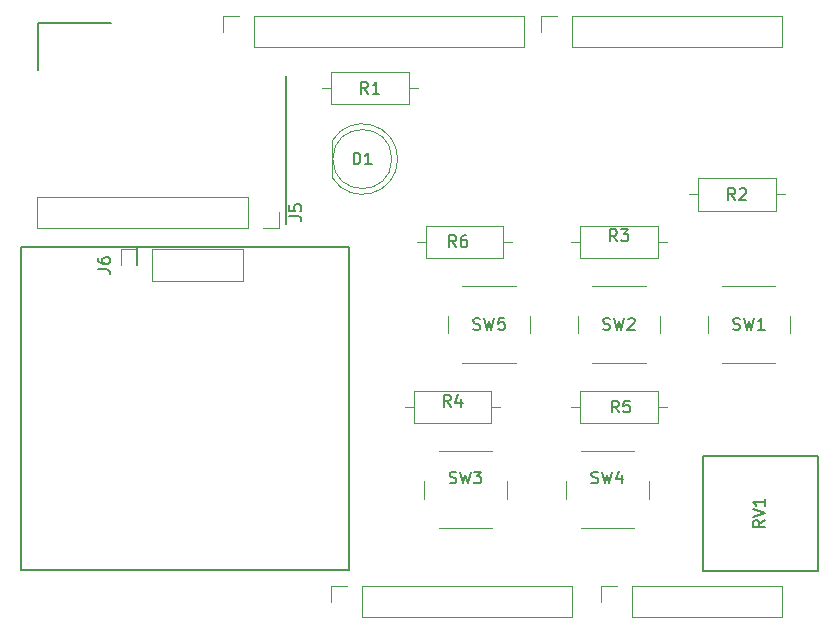
<source format=gbr>
%TF.GenerationSoftware,KiCad,Pcbnew,8.0.8*%
%TF.CreationDate,2025-01-31T10:38:04-07:00*%
%TF.ProjectId,BoardMicro,426f6172-644d-4696-9372-6f2e6b696361,rev?*%
%TF.SameCoordinates,Original*%
%TF.FileFunction,Legend,Top*%
%TF.FilePolarity,Positive*%
%FSLAX46Y46*%
G04 Gerber Fmt 4.6, Leading zero omitted, Abs format (unit mm)*
G04 Created by KiCad (PCBNEW 8.0.8) date 2025-01-31 10:38:04*
%MOMM*%
%LPD*%
G01*
G04 APERTURE LIST*
%ADD10C,0.150000*%
%ADD11C,0.120000*%
G04 APERTURE END LIST*
D10*
X101795000Y-48500000D02*
X101795000Y-52500000D01*
X100360000Y-67475000D02*
X128160000Y-67475000D01*
X128160000Y-94775000D01*
X100360000Y-94775000D01*
X100360000Y-67475000D01*
X158115000Y-94885000D02*
X167885000Y-94885000D01*
X167885000Y-85115000D01*
X158115000Y-85115000D01*
X158115000Y-94885000D01*
X100360000Y-67475000D02*
X110200000Y-67475000D01*
X101795000Y-48500000D02*
X108020112Y-48500000D01*
X122795000Y-65500000D02*
X122795000Y-53000000D01*
X110200000Y-67475000D02*
X110200000Y-68975000D01*
X160833333Y-63454819D02*
X160500000Y-62978628D01*
X160261905Y-63454819D02*
X160261905Y-62454819D01*
X160261905Y-62454819D02*
X160642857Y-62454819D01*
X160642857Y-62454819D02*
X160738095Y-62502438D01*
X160738095Y-62502438D02*
X160785714Y-62550057D01*
X160785714Y-62550057D02*
X160833333Y-62645295D01*
X160833333Y-62645295D02*
X160833333Y-62788152D01*
X160833333Y-62788152D02*
X160785714Y-62883390D01*
X160785714Y-62883390D02*
X160738095Y-62931009D01*
X160738095Y-62931009D02*
X160642857Y-62978628D01*
X160642857Y-62978628D02*
X160261905Y-62978628D01*
X161214286Y-62550057D02*
X161261905Y-62502438D01*
X161261905Y-62502438D02*
X161357143Y-62454819D01*
X161357143Y-62454819D02*
X161595238Y-62454819D01*
X161595238Y-62454819D02*
X161690476Y-62502438D01*
X161690476Y-62502438D02*
X161738095Y-62550057D01*
X161738095Y-62550057D02*
X161785714Y-62645295D01*
X161785714Y-62645295D02*
X161785714Y-62740533D01*
X161785714Y-62740533D02*
X161738095Y-62883390D01*
X161738095Y-62883390D02*
X161166667Y-63454819D01*
X161166667Y-63454819D02*
X161785714Y-63454819D01*
X129753333Y-54454819D02*
X129420000Y-53978628D01*
X129181905Y-54454819D02*
X129181905Y-53454819D01*
X129181905Y-53454819D02*
X129562857Y-53454819D01*
X129562857Y-53454819D02*
X129658095Y-53502438D01*
X129658095Y-53502438D02*
X129705714Y-53550057D01*
X129705714Y-53550057D02*
X129753333Y-53645295D01*
X129753333Y-53645295D02*
X129753333Y-53788152D01*
X129753333Y-53788152D02*
X129705714Y-53883390D01*
X129705714Y-53883390D02*
X129658095Y-53931009D01*
X129658095Y-53931009D02*
X129562857Y-53978628D01*
X129562857Y-53978628D02*
X129181905Y-53978628D01*
X130705714Y-54454819D02*
X130134286Y-54454819D01*
X130420000Y-54454819D02*
X130420000Y-53454819D01*
X130420000Y-53454819D02*
X130324762Y-53597676D01*
X130324762Y-53597676D02*
X130229524Y-53692914D01*
X130229524Y-53692914D02*
X130134286Y-53740533D01*
X123099819Y-64833333D02*
X123814104Y-64833333D01*
X123814104Y-64833333D02*
X123956961Y-64880952D01*
X123956961Y-64880952D02*
X124052200Y-64976190D01*
X124052200Y-64976190D02*
X124099819Y-65119047D01*
X124099819Y-65119047D02*
X124099819Y-65214285D01*
X123099819Y-63880952D02*
X123099819Y-64357142D01*
X123099819Y-64357142D02*
X123576009Y-64404761D01*
X123576009Y-64404761D02*
X123528390Y-64357142D01*
X123528390Y-64357142D02*
X123480771Y-64261904D01*
X123480771Y-64261904D02*
X123480771Y-64023809D01*
X123480771Y-64023809D02*
X123528390Y-63928571D01*
X123528390Y-63928571D02*
X123576009Y-63880952D01*
X123576009Y-63880952D02*
X123671247Y-63833333D01*
X123671247Y-63833333D02*
X123909342Y-63833333D01*
X123909342Y-63833333D02*
X124004580Y-63880952D01*
X124004580Y-63880952D02*
X124052200Y-63928571D01*
X124052200Y-63928571D02*
X124099819Y-64023809D01*
X124099819Y-64023809D02*
X124099819Y-64261904D01*
X124099819Y-64261904D02*
X124052200Y-64357142D01*
X124052200Y-64357142D02*
X124004580Y-64404761D01*
X137213333Y-67454819D02*
X136880000Y-66978628D01*
X136641905Y-67454819D02*
X136641905Y-66454819D01*
X136641905Y-66454819D02*
X137022857Y-66454819D01*
X137022857Y-66454819D02*
X137118095Y-66502438D01*
X137118095Y-66502438D02*
X137165714Y-66550057D01*
X137165714Y-66550057D02*
X137213333Y-66645295D01*
X137213333Y-66645295D02*
X137213333Y-66788152D01*
X137213333Y-66788152D02*
X137165714Y-66883390D01*
X137165714Y-66883390D02*
X137118095Y-66931009D01*
X137118095Y-66931009D02*
X137022857Y-66978628D01*
X137022857Y-66978628D02*
X136641905Y-66978628D01*
X138070476Y-66454819D02*
X137880000Y-66454819D01*
X137880000Y-66454819D02*
X137784762Y-66502438D01*
X137784762Y-66502438D02*
X137737143Y-66550057D01*
X137737143Y-66550057D02*
X137641905Y-66692914D01*
X137641905Y-66692914D02*
X137594286Y-66883390D01*
X137594286Y-66883390D02*
X137594286Y-67264342D01*
X137594286Y-67264342D02*
X137641905Y-67359580D01*
X137641905Y-67359580D02*
X137689524Y-67407200D01*
X137689524Y-67407200D02*
X137784762Y-67454819D01*
X137784762Y-67454819D02*
X137975238Y-67454819D01*
X137975238Y-67454819D02*
X138070476Y-67407200D01*
X138070476Y-67407200D02*
X138118095Y-67359580D01*
X138118095Y-67359580D02*
X138165714Y-67264342D01*
X138165714Y-67264342D02*
X138165714Y-67026247D01*
X138165714Y-67026247D02*
X138118095Y-66931009D01*
X138118095Y-66931009D02*
X138070476Y-66883390D01*
X138070476Y-66883390D02*
X137975238Y-66835771D01*
X137975238Y-66835771D02*
X137784762Y-66835771D01*
X137784762Y-66835771D02*
X137689524Y-66883390D01*
X137689524Y-66883390D02*
X137641905Y-66931009D01*
X137641905Y-66931009D02*
X137594286Y-67026247D01*
X138666667Y-74407200D02*
X138809524Y-74454819D01*
X138809524Y-74454819D02*
X139047619Y-74454819D01*
X139047619Y-74454819D02*
X139142857Y-74407200D01*
X139142857Y-74407200D02*
X139190476Y-74359580D01*
X139190476Y-74359580D02*
X139238095Y-74264342D01*
X139238095Y-74264342D02*
X139238095Y-74169104D01*
X139238095Y-74169104D02*
X139190476Y-74073866D01*
X139190476Y-74073866D02*
X139142857Y-74026247D01*
X139142857Y-74026247D02*
X139047619Y-73978628D01*
X139047619Y-73978628D02*
X138857143Y-73931009D01*
X138857143Y-73931009D02*
X138761905Y-73883390D01*
X138761905Y-73883390D02*
X138714286Y-73835771D01*
X138714286Y-73835771D02*
X138666667Y-73740533D01*
X138666667Y-73740533D02*
X138666667Y-73645295D01*
X138666667Y-73645295D02*
X138714286Y-73550057D01*
X138714286Y-73550057D02*
X138761905Y-73502438D01*
X138761905Y-73502438D02*
X138857143Y-73454819D01*
X138857143Y-73454819D02*
X139095238Y-73454819D01*
X139095238Y-73454819D02*
X139238095Y-73502438D01*
X139571429Y-73454819D02*
X139809524Y-74454819D01*
X139809524Y-74454819D02*
X140000000Y-73740533D01*
X140000000Y-73740533D02*
X140190476Y-74454819D01*
X140190476Y-74454819D02*
X140428572Y-73454819D01*
X141285714Y-73454819D02*
X140809524Y-73454819D01*
X140809524Y-73454819D02*
X140761905Y-73931009D01*
X140761905Y-73931009D02*
X140809524Y-73883390D01*
X140809524Y-73883390D02*
X140904762Y-73835771D01*
X140904762Y-73835771D02*
X141142857Y-73835771D01*
X141142857Y-73835771D02*
X141238095Y-73883390D01*
X141238095Y-73883390D02*
X141285714Y-73931009D01*
X141285714Y-73931009D02*
X141333333Y-74026247D01*
X141333333Y-74026247D02*
X141333333Y-74264342D01*
X141333333Y-74264342D02*
X141285714Y-74359580D01*
X141285714Y-74359580D02*
X141238095Y-74407200D01*
X141238095Y-74407200D02*
X141142857Y-74454819D01*
X141142857Y-74454819D02*
X140904762Y-74454819D01*
X140904762Y-74454819D02*
X140809524Y-74407200D01*
X140809524Y-74407200D02*
X140761905Y-74359580D01*
X150993333Y-81454819D02*
X150660000Y-80978628D01*
X150421905Y-81454819D02*
X150421905Y-80454819D01*
X150421905Y-80454819D02*
X150802857Y-80454819D01*
X150802857Y-80454819D02*
X150898095Y-80502438D01*
X150898095Y-80502438D02*
X150945714Y-80550057D01*
X150945714Y-80550057D02*
X150993333Y-80645295D01*
X150993333Y-80645295D02*
X150993333Y-80788152D01*
X150993333Y-80788152D02*
X150945714Y-80883390D01*
X150945714Y-80883390D02*
X150898095Y-80931009D01*
X150898095Y-80931009D02*
X150802857Y-80978628D01*
X150802857Y-80978628D02*
X150421905Y-80978628D01*
X151898095Y-80454819D02*
X151421905Y-80454819D01*
X151421905Y-80454819D02*
X151374286Y-80931009D01*
X151374286Y-80931009D02*
X151421905Y-80883390D01*
X151421905Y-80883390D02*
X151517143Y-80835771D01*
X151517143Y-80835771D02*
X151755238Y-80835771D01*
X151755238Y-80835771D02*
X151850476Y-80883390D01*
X151850476Y-80883390D02*
X151898095Y-80931009D01*
X151898095Y-80931009D02*
X151945714Y-81026247D01*
X151945714Y-81026247D02*
X151945714Y-81264342D01*
X151945714Y-81264342D02*
X151898095Y-81359580D01*
X151898095Y-81359580D02*
X151850476Y-81407200D01*
X151850476Y-81407200D02*
X151755238Y-81454819D01*
X151755238Y-81454819D02*
X151517143Y-81454819D01*
X151517143Y-81454819D02*
X151421905Y-81407200D01*
X151421905Y-81407200D02*
X151374286Y-81359580D01*
X136753333Y-80954819D02*
X136420000Y-80478628D01*
X136181905Y-80954819D02*
X136181905Y-79954819D01*
X136181905Y-79954819D02*
X136562857Y-79954819D01*
X136562857Y-79954819D02*
X136658095Y-80002438D01*
X136658095Y-80002438D02*
X136705714Y-80050057D01*
X136705714Y-80050057D02*
X136753333Y-80145295D01*
X136753333Y-80145295D02*
X136753333Y-80288152D01*
X136753333Y-80288152D02*
X136705714Y-80383390D01*
X136705714Y-80383390D02*
X136658095Y-80431009D01*
X136658095Y-80431009D02*
X136562857Y-80478628D01*
X136562857Y-80478628D02*
X136181905Y-80478628D01*
X137610476Y-80288152D02*
X137610476Y-80954819D01*
X137372381Y-79907200D02*
X137134286Y-80621485D01*
X137134286Y-80621485D02*
X137753333Y-80621485D01*
X149666667Y-74407200D02*
X149809524Y-74454819D01*
X149809524Y-74454819D02*
X150047619Y-74454819D01*
X150047619Y-74454819D02*
X150142857Y-74407200D01*
X150142857Y-74407200D02*
X150190476Y-74359580D01*
X150190476Y-74359580D02*
X150238095Y-74264342D01*
X150238095Y-74264342D02*
X150238095Y-74169104D01*
X150238095Y-74169104D02*
X150190476Y-74073866D01*
X150190476Y-74073866D02*
X150142857Y-74026247D01*
X150142857Y-74026247D02*
X150047619Y-73978628D01*
X150047619Y-73978628D02*
X149857143Y-73931009D01*
X149857143Y-73931009D02*
X149761905Y-73883390D01*
X149761905Y-73883390D02*
X149714286Y-73835771D01*
X149714286Y-73835771D02*
X149666667Y-73740533D01*
X149666667Y-73740533D02*
X149666667Y-73645295D01*
X149666667Y-73645295D02*
X149714286Y-73550057D01*
X149714286Y-73550057D02*
X149761905Y-73502438D01*
X149761905Y-73502438D02*
X149857143Y-73454819D01*
X149857143Y-73454819D02*
X150095238Y-73454819D01*
X150095238Y-73454819D02*
X150238095Y-73502438D01*
X150571429Y-73454819D02*
X150809524Y-74454819D01*
X150809524Y-74454819D02*
X151000000Y-73740533D01*
X151000000Y-73740533D02*
X151190476Y-74454819D01*
X151190476Y-74454819D02*
X151428572Y-73454819D01*
X151761905Y-73550057D02*
X151809524Y-73502438D01*
X151809524Y-73502438D02*
X151904762Y-73454819D01*
X151904762Y-73454819D02*
X152142857Y-73454819D01*
X152142857Y-73454819D02*
X152238095Y-73502438D01*
X152238095Y-73502438D02*
X152285714Y-73550057D01*
X152285714Y-73550057D02*
X152333333Y-73645295D01*
X152333333Y-73645295D02*
X152333333Y-73740533D01*
X152333333Y-73740533D02*
X152285714Y-73883390D01*
X152285714Y-73883390D02*
X151714286Y-74454819D01*
X151714286Y-74454819D02*
X152333333Y-74454819D01*
X106884819Y-69308333D02*
X107599104Y-69308333D01*
X107599104Y-69308333D02*
X107741961Y-69355952D01*
X107741961Y-69355952D02*
X107837200Y-69451190D01*
X107837200Y-69451190D02*
X107884819Y-69594047D01*
X107884819Y-69594047D02*
X107884819Y-69689285D01*
X106884819Y-68403571D02*
X106884819Y-68594047D01*
X106884819Y-68594047D02*
X106932438Y-68689285D01*
X106932438Y-68689285D02*
X106980057Y-68736904D01*
X106980057Y-68736904D02*
X107122914Y-68832142D01*
X107122914Y-68832142D02*
X107313390Y-68879761D01*
X107313390Y-68879761D02*
X107694342Y-68879761D01*
X107694342Y-68879761D02*
X107789580Y-68832142D01*
X107789580Y-68832142D02*
X107837200Y-68784523D01*
X107837200Y-68784523D02*
X107884819Y-68689285D01*
X107884819Y-68689285D02*
X107884819Y-68498809D01*
X107884819Y-68498809D02*
X107837200Y-68403571D01*
X107837200Y-68403571D02*
X107789580Y-68355952D01*
X107789580Y-68355952D02*
X107694342Y-68308333D01*
X107694342Y-68308333D02*
X107456247Y-68308333D01*
X107456247Y-68308333D02*
X107361009Y-68355952D01*
X107361009Y-68355952D02*
X107313390Y-68403571D01*
X107313390Y-68403571D02*
X107265771Y-68498809D01*
X107265771Y-68498809D02*
X107265771Y-68689285D01*
X107265771Y-68689285D02*
X107313390Y-68784523D01*
X107313390Y-68784523D02*
X107361009Y-68832142D01*
X107361009Y-68832142D02*
X107456247Y-68879761D01*
X163339819Y-90595238D02*
X162863628Y-90928571D01*
X163339819Y-91166666D02*
X162339819Y-91166666D01*
X162339819Y-91166666D02*
X162339819Y-90785714D01*
X162339819Y-90785714D02*
X162387438Y-90690476D01*
X162387438Y-90690476D02*
X162435057Y-90642857D01*
X162435057Y-90642857D02*
X162530295Y-90595238D01*
X162530295Y-90595238D02*
X162673152Y-90595238D01*
X162673152Y-90595238D02*
X162768390Y-90642857D01*
X162768390Y-90642857D02*
X162816009Y-90690476D01*
X162816009Y-90690476D02*
X162863628Y-90785714D01*
X162863628Y-90785714D02*
X162863628Y-91166666D01*
X162339819Y-90309523D02*
X163339819Y-89976190D01*
X163339819Y-89976190D02*
X162339819Y-89642857D01*
X163339819Y-88785714D02*
X163339819Y-89357142D01*
X163339819Y-89071428D02*
X162339819Y-89071428D01*
X162339819Y-89071428D02*
X162482676Y-89166666D01*
X162482676Y-89166666D02*
X162577914Y-89261904D01*
X162577914Y-89261904D02*
X162625533Y-89357142D01*
X150833333Y-66954819D02*
X150500000Y-66478628D01*
X150261905Y-66954819D02*
X150261905Y-65954819D01*
X150261905Y-65954819D02*
X150642857Y-65954819D01*
X150642857Y-65954819D02*
X150738095Y-66002438D01*
X150738095Y-66002438D02*
X150785714Y-66050057D01*
X150785714Y-66050057D02*
X150833333Y-66145295D01*
X150833333Y-66145295D02*
X150833333Y-66288152D01*
X150833333Y-66288152D02*
X150785714Y-66383390D01*
X150785714Y-66383390D02*
X150738095Y-66431009D01*
X150738095Y-66431009D02*
X150642857Y-66478628D01*
X150642857Y-66478628D02*
X150261905Y-66478628D01*
X151166667Y-65954819D02*
X151785714Y-65954819D01*
X151785714Y-65954819D02*
X151452381Y-66335771D01*
X151452381Y-66335771D02*
X151595238Y-66335771D01*
X151595238Y-66335771D02*
X151690476Y-66383390D01*
X151690476Y-66383390D02*
X151738095Y-66431009D01*
X151738095Y-66431009D02*
X151785714Y-66526247D01*
X151785714Y-66526247D02*
X151785714Y-66764342D01*
X151785714Y-66764342D02*
X151738095Y-66859580D01*
X151738095Y-66859580D02*
X151690476Y-66907200D01*
X151690476Y-66907200D02*
X151595238Y-66954819D01*
X151595238Y-66954819D02*
X151309524Y-66954819D01*
X151309524Y-66954819D02*
X151214286Y-66907200D01*
X151214286Y-66907200D02*
X151166667Y-66859580D01*
X136666667Y-87407200D02*
X136809524Y-87454819D01*
X136809524Y-87454819D02*
X137047619Y-87454819D01*
X137047619Y-87454819D02*
X137142857Y-87407200D01*
X137142857Y-87407200D02*
X137190476Y-87359580D01*
X137190476Y-87359580D02*
X137238095Y-87264342D01*
X137238095Y-87264342D02*
X137238095Y-87169104D01*
X137238095Y-87169104D02*
X137190476Y-87073866D01*
X137190476Y-87073866D02*
X137142857Y-87026247D01*
X137142857Y-87026247D02*
X137047619Y-86978628D01*
X137047619Y-86978628D02*
X136857143Y-86931009D01*
X136857143Y-86931009D02*
X136761905Y-86883390D01*
X136761905Y-86883390D02*
X136714286Y-86835771D01*
X136714286Y-86835771D02*
X136666667Y-86740533D01*
X136666667Y-86740533D02*
X136666667Y-86645295D01*
X136666667Y-86645295D02*
X136714286Y-86550057D01*
X136714286Y-86550057D02*
X136761905Y-86502438D01*
X136761905Y-86502438D02*
X136857143Y-86454819D01*
X136857143Y-86454819D02*
X137095238Y-86454819D01*
X137095238Y-86454819D02*
X137238095Y-86502438D01*
X137571429Y-86454819D02*
X137809524Y-87454819D01*
X137809524Y-87454819D02*
X138000000Y-86740533D01*
X138000000Y-86740533D02*
X138190476Y-87454819D01*
X138190476Y-87454819D02*
X138428572Y-86454819D01*
X138714286Y-86454819D02*
X139333333Y-86454819D01*
X139333333Y-86454819D02*
X139000000Y-86835771D01*
X139000000Y-86835771D02*
X139142857Y-86835771D01*
X139142857Y-86835771D02*
X139238095Y-86883390D01*
X139238095Y-86883390D02*
X139285714Y-86931009D01*
X139285714Y-86931009D02*
X139333333Y-87026247D01*
X139333333Y-87026247D02*
X139333333Y-87264342D01*
X139333333Y-87264342D02*
X139285714Y-87359580D01*
X139285714Y-87359580D02*
X139238095Y-87407200D01*
X139238095Y-87407200D02*
X139142857Y-87454819D01*
X139142857Y-87454819D02*
X138857143Y-87454819D01*
X138857143Y-87454819D02*
X138761905Y-87407200D01*
X138761905Y-87407200D02*
X138714286Y-87359580D01*
X128531905Y-60454819D02*
X128531905Y-59454819D01*
X128531905Y-59454819D02*
X128770000Y-59454819D01*
X128770000Y-59454819D02*
X128912857Y-59502438D01*
X128912857Y-59502438D02*
X129008095Y-59597676D01*
X129008095Y-59597676D02*
X129055714Y-59692914D01*
X129055714Y-59692914D02*
X129103333Y-59883390D01*
X129103333Y-59883390D02*
X129103333Y-60026247D01*
X129103333Y-60026247D02*
X129055714Y-60216723D01*
X129055714Y-60216723D02*
X129008095Y-60311961D01*
X129008095Y-60311961D02*
X128912857Y-60407200D01*
X128912857Y-60407200D02*
X128770000Y-60454819D01*
X128770000Y-60454819D02*
X128531905Y-60454819D01*
X130055714Y-60454819D02*
X129484286Y-60454819D01*
X129770000Y-60454819D02*
X129770000Y-59454819D01*
X129770000Y-59454819D02*
X129674762Y-59597676D01*
X129674762Y-59597676D02*
X129579524Y-59692914D01*
X129579524Y-59692914D02*
X129484286Y-59740533D01*
X160666667Y-74407200D02*
X160809524Y-74454819D01*
X160809524Y-74454819D02*
X161047619Y-74454819D01*
X161047619Y-74454819D02*
X161142857Y-74407200D01*
X161142857Y-74407200D02*
X161190476Y-74359580D01*
X161190476Y-74359580D02*
X161238095Y-74264342D01*
X161238095Y-74264342D02*
X161238095Y-74169104D01*
X161238095Y-74169104D02*
X161190476Y-74073866D01*
X161190476Y-74073866D02*
X161142857Y-74026247D01*
X161142857Y-74026247D02*
X161047619Y-73978628D01*
X161047619Y-73978628D02*
X160857143Y-73931009D01*
X160857143Y-73931009D02*
X160761905Y-73883390D01*
X160761905Y-73883390D02*
X160714286Y-73835771D01*
X160714286Y-73835771D02*
X160666667Y-73740533D01*
X160666667Y-73740533D02*
X160666667Y-73645295D01*
X160666667Y-73645295D02*
X160714286Y-73550057D01*
X160714286Y-73550057D02*
X160761905Y-73502438D01*
X160761905Y-73502438D02*
X160857143Y-73454819D01*
X160857143Y-73454819D02*
X161095238Y-73454819D01*
X161095238Y-73454819D02*
X161238095Y-73502438D01*
X161571429Y-73454819D02*
X161809524Y-74454819D01*
X161809524Y-74454819D02*
X162000000Y-73740533D01*
X162000000Y-73740533D02*
X162190476Y-74454819D01*
X162190476Y-74454819D02*
X162428572Y-73454819D01*
X163333333Y-74454819D02*
X162761905Y-74454819D01*
X163047619Y-74454819D02*
X163047619Y-73454819D01*
X163047619Y-73454819D02*
X162952381Y-73597676D01*
X162952381Y-73597676D02*
X162857143Y-73692914D01*
X162857143Y-73692914D02*
X162761905Y-73740533D01*
X148666667Y-87407200D02*
X148809524Y-87454819D01*
X148809524Y-87454819D02*
X149047619Y-87454819D01*
X149047619Y-87454819D02*
X149142857Y-87407200D01*
X149142857Y-87407200D02*
X149190476Y-87359580D01*
X149190476Y-87359580D02*
X149238095Y-87264342D01*
X149238095Y-87264342D02*
X149238095Y-87169104D01*
X149238095Y-87169104D02*
X149190476Y-87073866D01*
X149190476Y-87073866D02*
X149142857Y-87026247D01*
X149142857Y-87026247D02*
X149047619Y-86978628D01*
X149047619Y-86978628D02*
X148857143Y-86931009D01*
X148857143Y-86931009D02*
X148761905Y-86883390D01*
X148761905Y-86883390D02*
X148714286Y-86835771D01*
X148714286Y-86835771D02*
X148666667Y-86740533D01*
X148666667Y-86740533D02*
X148666667Y-86645295D01*
X148666667Y-86645295D02*
X148714286Y-86550057D01*
X148714286Y-86550057D02*
X148761905Y-86502438D01*
X148761905Y-86502438D02*
X148857143Y-86454819D01*
X148857143Y-86454819D02*
X149095238Y-86454819D01*
X149095238Y-86454819D02*
X149238095Y-86502438D01*
X149571429Y-86454819D02*
X149809524Y-87454819D01*
X149809524Y-87454819D02*
X150000000Y-86740533D01*
X150000000Y-86740533D02*
X150190476Y-87454819D01*
X150190476Y-87454819D02*
X150428572Y-86454819D01*
X151238095Y-86788152D02*
X151238095Y-87454819D01*
X151000000Y-86407200D02*
X150761905Y-87121485D01*
X150761905Y-87121485D02*
X151380952Y-87121485D01*
D11*
%TO.C,J1*%
X126610000Y-96130000D02*
X127940000Y-96130000D01*
X126610000Y-97460000D02*
X126610000Y-96130000D01*
X129210000Y-96130000D02*
X147050000Y-96130000D01*
X129210000Y-98790000D02*
X129210000Y-96130000D01*
X129210000Y-98790000D02*
X147050000Y-98790000D01*
X147050000Y-98790000D02*
X147050000Y-96130000D01*
%TO.C,J3*%
X149470000Y-96130000D02*
X150800000Y-96130000D01*
X149470000Y-97460000D02*
X149470000Y-96130000D01*
X152070000Y-96130000D02*
X164830000Y-96130000D01*
X152070000Y-98790000D02*
X152070000Y-96130000D01*
X152070000Y-98790000D02*
X164830000Y-98790000D01*
X164830000Y-98790000D02*
X164830000Y-96130000D01*
%TO.C,J2*%
X117466000Y-47870000D02*
X118796000Y-47870000D01*
X117466000Y-49200000D02*
X117466000Y-47870000D01*
X120066000Y-47870000D02*
X142986000Y-47870000D01*
X120066000Y-50530000D02*
X120066000Y-47870000D01*
X120066000Y-50530000D02*
X142986000Y-50530000D01*
X142986000Y-50530000D02*
X142986000Y-47870000D01*
%TO.C,J4*%
X144390000Y-47870000D02*
X145720000Y-47870000D01*
X144390000Y-49200000D02*
X144390000Y-47870000D01*
X146990000Y-47870000D02*
X164830000Y-47870000D01*
X146990000Y-50530000D02*
X146990000Y-47870000D01*
X146990000Y-50530000D02*
X164830000Y-50530000D01*
X164830000Y-50530000D02*
X164830000Y-47870000D01*
%TO.C,R2*%
X156960000Y-63000000D02*
X157730000Y-63000000D01*
X157730000Y-61630000D02*
X157730000Y-64370000D01*
X157730000Y-64370000D02*
X164270000Y-64370000D01*
X164270000Y-61630000D02*
X157730000Y-61630000D01*
X164270000Y-64370000D02*
X164270000Y-61630000D01*
X165040000Y-63000000D02*
X164270000Y-63000000D01*
%TO.C,R1*%
X125880000Y-54000000D02*
X126650000Y-54000000D01*
X126650000Y-52630000D02*
X126650000Y-55370000D01*
X126650000Y-55370000D02*
X133190000Y-55370000D01*
X133190000Y-52630000D02*
X126650000Y-52630000D01*
X133190000Y-55370000D02*
X133190000Y-52630000D01*
X133960000Y-54000000D02*
X133190000Y-54000000D01*
%TO.C,J5*%
X101765000Y-63170000D02*
X101765000Y-65830000D01*
X119605000Y-63170000D02*
X101765000Y-63170000D01*
X119605000Y-63170000D02*
X119605000Y-65830000D01*
X119605000Y-65830000D02*
X101765000Y-65830000D01*
X122205000Y-64500000D02*
X122205000Y-65830000D01*
X122205000Y-65830000D02*
X120875000Y-65830000D01*
%TO.C,R6*%
X133880000Y-67000000D02*
X134650000Y-67000000D01*
X134650000Y-65630000D02*
X134650000Y-68370000D01*
X134650000Y-68370000D02*
X141190000Y-68370000D01*
X141190000Y-65630000D02*
X134650000Y-65630000D01*
X141190000Y-68370000D02*
X141190000Y-65630000D01*
X141960000Y-67000000D02*
X141190000Y-67000000D01*
%TO.C,SW5*%
X136500000Y-73250000D02*
X136500000Y-74750000D01*
X137750000Y-77250000D02*
X142250000Y-77250000D01*
X142250000Y-70750000D02*
X137750000Y-70750000D01*
X143500000Y-74750000D02*
X143500000Y-73250000D01*
%TO.C,R5*%
X146960000Y-81000000D02*
X147730000Y-81000000D01*
X147730000Y-79630000D02*
X147730000Y-82370000D01*
X147730000Y-82370000D02*
X154270000Y-82370000D01*
X154270000Y-79630000D02*
X147730000Y-79630000D01*
X154270000Y-82370000D02*
X154270000Y-79630000D01*
X155040000Y-81000000D02*
X154270000Y-81000000D01*
%TO.C,R4*%
X132880000Y-81000000D02*
X133650000Y-81000000D01*
X133650000Y-79630000D02*
X133650000Y-82370000D01*
X133650000Y-82370000D02*
X140190000Y-82370000D01*
X140190000Y-79630000D02*
X133650000Y-79630000D01*
X140190000Y-82370000D02*
X140190000Y-79630000D01*
X140960000Y-81000000D02*
X140190000Y-81000000D01*
%TO.C,SW2*%
X147500000Y-73250000D02*
X147500000Y-74750000D01*
X148750000Y-77250000D02*
X153250000Y-77250000D01*
X153250000Y-70750000D02*
X148750000Y-70750000D01*
X154500000Y-74750000D02*
X154500000Y-73250000D01*
%TO.C,J6*%
X108870000Y-67645000D02*
X110200000Y-67645000D01*
X108870000Y-68975000D02*
X108870000Y-67645000D01*
X111470000Y-67645000D02*
X119150000Y-67645000D01*
X111470000Y-70305000D02*
X111470000Y-67645000D01*
X111470000Y-70305000D02*
X119150000Y-70305000D01*
X119150000Y-70305000D02*
X119150000Y-67645000D01*
%TO.C,RV1*%
X167885000Y-94885000D02*
X158115000Y-94885000D01*
X158115000Y-85115000D02*
X158115000Y-94885000D01*
X167885000Y-85115000D02*
X167885000Y-94885000D01*
X167885000Y-85115000D02*
X158115000Y-85115000D01*
%TO.C,R3*%
X146960000Y-67000000D02*
X147730000Y-67000000D01*
X147730000Y-65630000D02*
X147730000Y-68370000D01*
X147730000Y-68370000D02*
X154270000Y-68370000D01*
X154270000Y-65630000D02*
X147730000Y-65630000D01*
X154270000Y-68370000D02*
X154270000Y-65630000D01*
X155040000Y-67000000D02*
X154270000Y-67000000D01*
%TO.C,SW3*%
X134500000Y-87250000D02*
X134500000Y-88750000D01*
X135750000Y-91250000D02*
X140250000Y-91250000D01*
X140250000Y-84750000D02*
X135750000Y-84750000D01*
X141500000Y-88750000D02*
X141500000Y-87250000D01*
%TO.C,D1*%
X126710000Y-58455000D02*
X126710000Y-61545000D01*
X126710000Y-58455170D02*
G75*
G02*
X132260000Y-59999952I2560000J-1544830D01*
G01*
X132260000Y-60000048D02*
G75*
G02*
X126710000Y-61544830I-2990000J48D01*
G01*
X131770000Y-60000000D02*
G75*
G02*
X126770000Y-60000000I-2500000J0D01*
G01*
X126770000Y-60000000D02*
G75*
G02*
X131770000Y-60000000I2500000J0D01*
G01*
%TO.C,SW1*%
X158500000Y-73250000D02*
X158500000Y-74750000D01*
X159750000Y-77250000D02*
X164250000Y-77250000D01*
X164250000Y-70750000D02*
X159750000Y-70750000D01*
X165500000Y-74750000D02*
X165500000Y-73250000D01*
%TO.C,SW4*%
X146500000Y-87250000D02*
X146500000Y-88750000D01*
X147750000Y-91250000D02*
X152250000Y-91250000D01*
X152250000Y-84750000D02*
X147750000Y-84750000D01*
X153500000Y-88750000D02*
X153500000Y-87250000D01*
%TD*%
M02*

</source>
